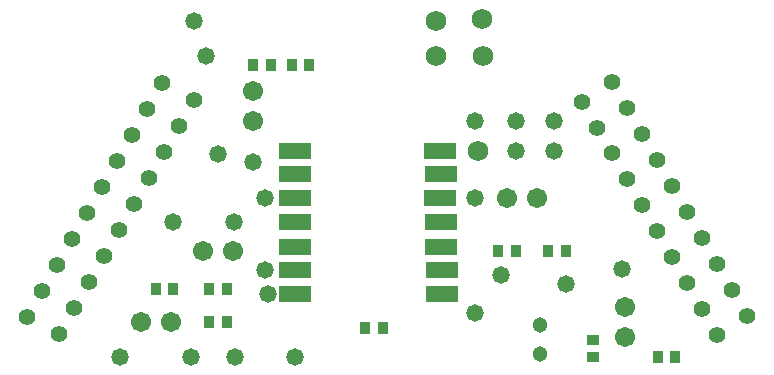
<source format=gts>
%FSLAX44Y44*%
%MOMM*%
G71*
G01*
G75*
G04 Layer_Color=8388736*
%ADD10R,0.7000X0.9000*%
%ADD11R,0.9000X0.7000*%
%ADD12R,2.5400X1.2700*%
%ADD13C,0.2540*%
%ADD14C,0.5000*%
%ADD15C,1.5240*%
%ADD16C,1.1000*%
%ADD17C,1.2000*%
%ADD18C,1.5000*%
%ADD19C,1.2700*%
%ADD20C,0.2000*%
%ADD21C,0.1000*%
%ADD22C,0.0127*%
%ADD23R,0.9032X1.1032*%
%ADD24R,1.1032X0.9032*%
%ADD25R,2.7432X1.4732*%
%ADD26C,1.7272*%
%ADD27C,1.3032*%
%ADD28C,1.4032*%
%ADD29C,1.7032*%
%ADD30C,1.4732*%
D23*
X507500Y25000D02*
D03*
X492500D02*
D03*
X112500Y55000D02*
D03*
X127500D02*
D03*
X245000Y50000D02*
D03*
X260000D02*
D03*
X150000Y272500D02*
D03*
X165000D02*
D03*
X357500Y115000D02*
D03*
X372500D02*
D03*
X400000D02*
D03*
X415000D02*
D03*
X127500Y82500D02*
D03*
X112500D02*
D03*
X82500D02*
D03*
X67500D02*
D03*
X182500Y272500D02*
D03*
X197500D02*
D03*
D24*
X437500Y40000D02*
D03*
Y25000D02*
D03*
D25*
X308444Y200000D02*
D03*
X308952Y180002D02*
D03*
X308444Y159868D02*
D03*
X308952Y139548D02*
D03*
Y118720D02*
D03*
X309968Y98654D02*
D03*
X310222Y78986D02*
D03*
X185000D02*
D03*
Y98654D02*
D03*
Y118720D02*
D03*
Y139548D02*
D03*
Y159868D02*
D03*
Y180002D02*
D03*
Y200000D02*
D03*
D26*
X340000D02*
D03*
X305000Y310000D02*
D03*
X343750Y311250D02*
D03*
X305000Y280000D02*
D03*
X345000D02*
D03*
D27*
X392500Y27500D02*
D03*
Y52500D02*
D03*
D28*
X-41731Y58994D02*
D03*
X-29031Y80991D02*
D03*
X-16331Y102988D02*
D03*
X-3631Y124986D02*
D03*
X9069Y146982D02*
D03*
X21769Y168980D02*
D03*
X34469Y190977D02*
D03*
X47169Y212974D02*
D03*
X59869Y234971D02*
D03*
X72569Y256968D02*
D03*
X99856Y242830D02*
D03*
X87156Y220833D02*
D03*
X74456Y198836D02*
D03*
X61756Y176839D02*
D03*
X49056Y154842D02*
D03*
X36356Y132845D02*
D03*
X23656Y110848D02*
D03*
X10956Y88851D02*
D03*
X-1744Y66854D02*
D03*
X-14444Y44857D02*
D03*
X542604Y43644D02*
D03*
X529904Y65641D02*
D03*
X517204Y87638D02*
D03*
X504504Y109635D02*
D03*
X491804Y131632D02*
D03*
X479104Y153630D02*
D03*
X466404Y175627D02*
D03*
X453704Y197624D02*
D03*
X441004Y219621D02*
D03*
X428304Y241618D02*
D03*
X454141Y258267D02*
D03*
X466841Y236270D02*
D03*
X479541Y214273D02*
D03*
X492241Y192276D02*
D03*
X504941Y170279D02*
D03*
X517641Y148282D02*
D03*
X530341Y126285D02*
D03*
X543041Y104288D02*
D03*
X555741Y82290D02*
D03*
X568441Y60293D02*
D03*
D29*
X465000Y42100D02*
D03*
Y67500D02*
D03*
X54600Y55000D02*
D03*
X80000D02*
D03*
X150000Y250400D02*
D03*
Y225000D02*
D03*
X107100Y115000D02*
D03*
X132500D02*
D03*
X390400Y160000D02*
D03*
X365000D02*
D03*
D30*
X185000Y25000D02*
D03*
X135000D02*
D03*
X97500D02*
D03*
X37500D02*
D03*
X337500Y62500D02*
D03*
X462500Y100000D02*
D03*
X405000Y225000D02*
D03*
X372500D02*
D03*
X337500D02*
D03*
X405000Y200000D02*
D03*
X372500D02*
D03*
X110000Y280000D02*
D03*
X82500Y140000D02*
D03*
X120000Y197500D02*
D03*
X100000Y310000D02*
D03*
X162500Y78986D02*
D03*
X150000Y190004D02*
D03*
X160000Y98654D02*
D03*
X337500Y159868D02*
D03*
X415000Y87500D02*
D03*
X360000Y95000D02*
D03*
X160000Y159868D02*
D03*
X133744Y139548D02*
D03*
M02*

</source>
